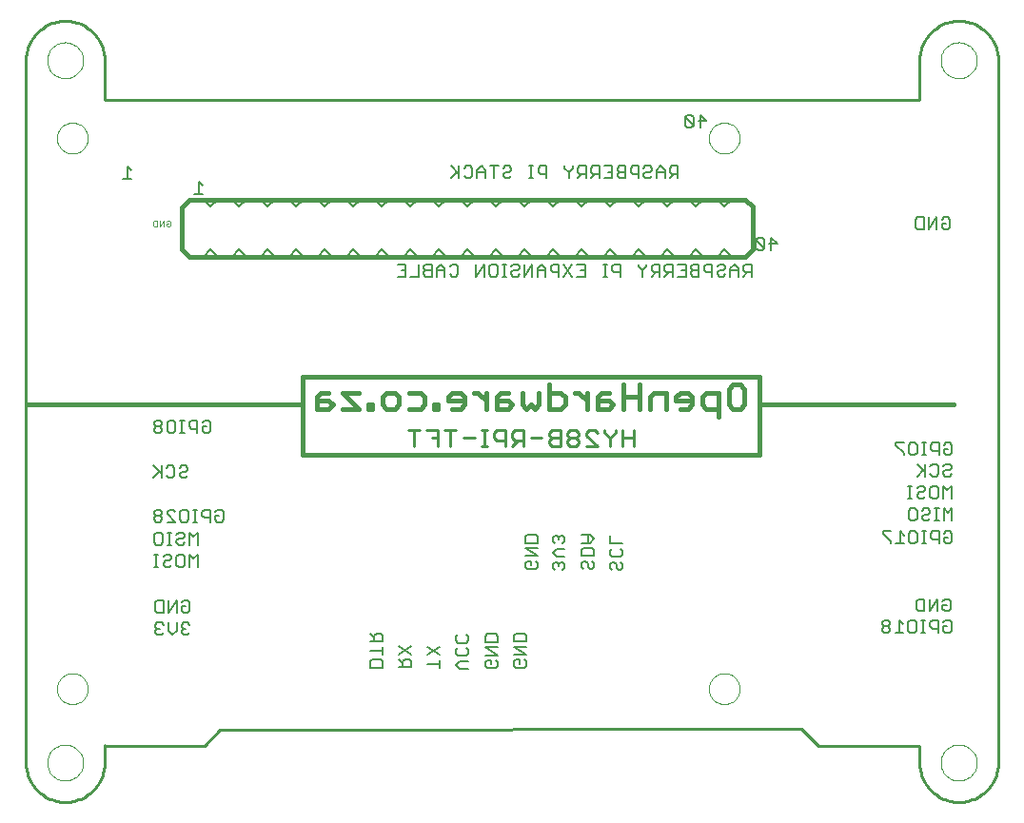
<source format=gbo>
G75*
G70*
%OFA0B0*%
%FSLAX24Y24*%
%IPPOS*%
%LPD*%
%AMOC8*
5,1,8,0,0,1.08239X$1,22.5*
%
%ADD10C,0.0000*%
%ADD11C,0.0100*%
%ADD12C,0.0080*%
%ADD13C,0.0160*%
%ADD14C,0.0110*%
%ADD15C,0.0040*%
%ADD16C,0.0060*%
%ADD17C,0.0050*%
D10*
X002501Y002916D02*
X002503Y002966D01*
X002509Y003016D01*
X002519Y003065D01*
X002533Y003113D01*
X002550Y003160D01*
X002571Y003205D01*
X002596Y003249D01*
X002624Y003290D01*
X002656Y003329D01*
X002690Y003366D01*
X002727Y003400D01*
X002767Y003430D01*
X002809Y003457D01*
X002853Y003481D01*
X002899Y003502D01*
X002946Y003518D01*
X002994Y003531D01*
X003044Y003540D01*
X003093Y003545D01*
X003144Y003546D01*
X003194Y003543D01*
X003243Y003536D01*
X003292Y003525D01*
X003340Y003510D01*
X003386Y003492D01*
X003431Y003470D01*
X003474Y003444D01*
X003515Y003415D01*
X003554Y003383D01*
X003590Y003348D01*
X003622Y003310D01*
X003652Y003270D01*
X003679Y003227D01*
X003702Y003183D01*
X003721Y003137D01*
X003737Y003089D01*
X003749Y003040D01*
X003757Y002991D01*
X003761Y002941D01*
X003761Y002891D01*
X003757Y002841D01*
X003749Y002792D01*
X003737Y002743D01*
X003721Y002695D01*
X003702Y002649D01*
X003679Y002605D01*
X003652Y002562D01*
X003622Y002522D01*
X003590Y002484D01*
X003554Y002449D01*
X003515Y002417D01*
X003474Y002388D01*
X003431Y002362D01*
X003386Y002340D01*
X003340Y002322D01*
X003292Y002307D01*
X003243Y002296D01*
X003194Y002289D01*
X003144Y002286D01*
X003093Y002287D01*
X003044Y002292D01*
X002994Y002301D01*
X002946Y002314D01*
X002899Y002330D01*
X002853Y002351D01*
X002809Y002375D01*
X002767Y002402D01*
X002727Y002432D01*
X002690Y002466D01*
X002656Y002503D01*
X002624Y002542D01*
X002596Y002583D01*
X002571Y002627D01*
X002550Y002672D01*
X002533Y002719D01*
X002519Y002767D01*
X002509Y002816D01*
X002503Y002866D01*
X002501Y002916D01*
X002842Y005502D02*
X002844Y005548D01*
X002850Y005593D01*
X002859Y005638D01*
X002873Y005682D01*
X002890Y005725D01*
X002911Y005766D01*
X002935Y005805D01*
X002962Y005842D01*
X002992Y005876D01*
X003026Y005908D01*
X003061Y005937D01*
X003099Y005963D01*
X003139Y005985D01*
X003181Y006004D01*
X003225Y006019D01*
X003269Y006031D01*
X003314Y006039D01*
X003360Y006043D01*
X003406Y006043D01*
X003452Y006039D01*
X003497Y006031D01*
X003541Y006019D01*
X003585Y006004D01*
X003627Y005985D01*
X003667Y005963D01*
X003705Y005937D01*
X003740Y005908D01*
X003774Y005876D01*
X003804Y005842D01*
X003831Y005805D01*
X003855Y005766D01*
X003876Y005725D01*
X003893Y005682D01*
X003907Y005638D01*
X003916Y005593D01*
X003922Y005548D01*
X003924Y005502D01*
X003922Y005456D01*
X003916Y005411D01*
X003907Y005366D01*
X003893Y005322D01*
X003876Y005279D01*
X003855Y005238D01*
X003831Y005199D01*
X003804Y005162D01*
X003774Y005128D01*
X003740Y005096D01*
X003705Y005067D01*
X003667Y005041D01*
X003627Y005019D01*
X003585Y005000D01*
X003541Y004985D01*
X003497Y004973D01*
X003452Y004965D01*
X003406Y004961D01*
X003360Y004961D01*
X003314Y004965D01*
X003269Y004973D01*
X003225Y004985D01*
X003181Y005000D01*
X003139Y005019D01*
X003099Y005041D01*
X003061Y005067D01*
X003026Y005096D01*
X002992Y005128D01*
X002962Y005162D01*
X002935Y005199D01*
X002911Y005238D01*
X002890Y005279D01*
X002873Y005322D01*
X002859Y005366D01*
X002850Y005411D01*
X002844Y005456D01*
X002842Y005502D01*
X025676Y005502D02*
X025678Y005548D01*
X025684Y005593D01*
X025693Y005638D01*
X025707Y005682D01*
X025724Y005725D01*
X025745Y005766D01*
X025769Y005805D01*
X025796Y005842D01*
X025826Y005876D01*
X025860Y005908D01*
X025895Y005937D01*
X025933Y005963D01*
X025973Y005985D01*
X026015Y006004D01*
X026059Y006019D01*
X026103Y006031D01*
X026148Y006039D01*
X026194Y006043D01*
X026240Y006043D01*
X026286Y006039D01*
X026331Y006031D01*
X026375Y006019D01*
X026419Y006004D01*
X026461Y005985D01*
X026501Y005963D01*
X026539Y005937D01*
X026574Y005908D01*
X026608Y005876D01*
X026638Y005842D01*
X026665Y005805D01*
X026689Y005766D01*
X026710Y005725D01*
X026727Y005682D01*
X026741Y005638D01*
X026750Y005593D01*
X026756Y005548D01*
X026758Y005502D01*
X026756Y005456D01*
X026750Y005411D01*
X026741Y005366D01*
X026727Y005322D01*
X026710Y005279D01*
X026689Y005238D01*
X026665Y005199D01*
X026638Y005162D01*
X026608Y005128D01*
X026574Y005096D01*
X026539Y005067D01*
X026501Y005041D01*
X026461Y005019D01*
X026419Y005000D01*
X026375Y004985D01*
X026331Y004973D01*
X026286Y004965D01*
X026240Y004961D01*
X026194Y004961D01*
X026148Y004965D01*
X026103Y004973D01*
X026059Y004985D01*
X026015Y005000D01*
X025973Y005019D01*
X025933Y005041D01*
X025895Y005067D01*
X025860Y005096D01*
X025826Y005128D01*
X025796Y005162D01*
X025769Y005199D01*
X025745Y005238D01*
X025724Y005279D01*
X025707Y005322D01*
X025693Y005366D01*
X025684Y005411D01*
X025678Y005456D01*
X025676Y005502D01*
X033800Y002916D02*
X033802Y002966D01*
X033808Y003016D01*
X033818Y003065D01*
X033832Y003113D01*
X033849Y003160D01*
X033870Y003205D01*
X033895Y003249D01*
X033923Y003290D01*
X033955Y003329D01*
X033989Y003366D01*
X034026Y003400D01*
X034066Y003430D01*
X034108Y003457D01*
X034152Y003481D01*
X034198Y003502D01*
X034245Y003518D01*
X034293Y003531D01*
X034343Y003540D01*
X034392Y003545D01*
X034443Y003546D01*
X034493Y003543D01*
X034542Y003536D01*
X034591Y003525D01*
X034639Y003510D01*
X034685Y003492D01*
X034730Y003470D01*
X034773Y003444D01*
X034814Y003415D01*
X034853Y003383D01*
X034889Y003348D01*
X034921Y003310D01*
X034951Y003270D01*
X034978Y003227D01*
X035001Y003183D01*
X035020Y003137D01*
X035036Y003089D01*
X035048Y003040D01*
X035056Y002991D01*
X035060Y002941D01*
X035060Y002891D01*
X035056Y002841D01*
X035048Y002792D01*
X035036Y002743D01*
X035020Y002695D01*
X035001Y002649D01*
X034978Y002605D01*
X034951Y002562D01*
X034921Y002522D01*
X034889Y002484D01*
X034853Y002449D01*
X034814Y002417D01*
X034773Y002388D01*
X034730Y002362D01*
X034685Y002340D01*
X034639Y002322D01*
X034591Y002307D01*
X034542Y002296D01*
X034493Y002289D01*
X034443Y002286D01*
X034392Y002287D01*
X034343Y002292D01*
X034293Y002301D01*
X034245Y002314D01*
X034198Y002330D01*
X034152Y002351D01*
X034108Y002375D01*
X034066Y002402D01*
X034026Y002432D01*
X033989Y002466D01*
X033955Y002503D01*
X033923Y002542D01*
X033895Y002583D01*
X033870Y002627D01*
X033849Y002672D01*
X033832Y002719D01*
X033818Y002767D01*
X033808Y002816D01*
X033802Y002866D01*
X033800Y002916D01*
X025676Y024793D02*
X025678Y024839D01*
X025684Y024884D01*
X025693Y024929D01*
X025707Y024973D01*
X025724Y025016D01*
X025745Y025057D01*
X025769Y025096D01*
X025796Y025133D01*
X025826Y025167D01*
X025860Y025199D01*
X025895Y025228D01*
X025933Y025254D01*
X025973Y025276D01*
X026015Y025295D01*
X026059Y025310D01*
X026103Y025322D01*
X026148Y025330D01*
X026194Y025334D01*
X026240Y025334D01*
X026286Y025330D01*
X026331Y025322D01*
X026375Y025310D01*
X026419Y025295D01*
X026461Y025276D01*
X026501Y025254D01*
X026539Y025228D01*
X026574Y025199D01*
X026608Y025167D01*
X026638Y025133D01*
X026665Y025096D01*
X026689Y025057D01*
X026710Y025016D01*
X026727Y024973D01*
X026741Y024929D01*
X026750Y024884D01*
X026756Y024839D01*
X026758Y024793D01*
X026756Y024747D01*
X026750Y024702D01*
X026741Y024657D01*
X026727Y024613D01*
X026710Y024570D01*
X026689Y024529D01*
X026665Y024490D01*
X026638Y024453D01*
X026608Y024419D01*
X026574Y024387D01*
X026539Y024358D01*
X026501Y024332D01*
X026461Y024310D01*
X026419Y024291D01*
X026375Y024276D01*
X026331Y024264D01*
X026286Y024256D01*
X026240Y024252D01*
X026194Y024252D01*
X026148Y024256D01*
X026103Y024264D01*
X026059Y024276D01*
X026015Y024291D01*
X025973Y024310D01*
X025933Y024332D01*
X025895Y024358D01*
X025860Y024387D01*
X025826Y024419D01*
X025796Y024453D01*
X025769Y024490D01*
X025745Y024529D01*
X025724Y024570D01*
X025707Y024613D01*
X025693Y024657D01*
X025684Y024702D01*
X025678Y024747D01*
X025676Y024793D01*
X033800Y027522D02*
X033802Y027572D01*
X033808Y027622D01*
X033818Y027671D01*
X033832Y027719D01*
X033849Y027766D01*
X033870Y027811D01*
X033895Y027855D01*
X033923Y027896D01*
X033955Y027935D01*
X033989Y027972D01*
X034026Y028006D01*
X034066Y028036D01*
X034108Y028063D01*
X034152Y028087D01*
X034198Y028108D01*
X034245Y028124D01*
X034293Y028137D01*
X034343Y028146D01*
X034392Y028151D01*
X034443Y028152D01*
X034493Y028149D01*
X034542Y028142D01*
X034591Y028131D01*
X034639Y028116D01*
X034685Y028098D01*
X034730Y028076D01*
X034773Y028050D01*
X034814Y028021D01*
X034853Y027989D01*
X034889Y027954D01*
X034921Y027916D01*
X034951Y027876D01*
X034978Y027833D01*
X035001Y027789D01*
X035020Y027743D01*
X035036Y027695D01*
X035048Y027646D01*
X035056Y027597D01*
X035060Y027547D01*
X035060Y027497D01*
X035056Y027447D01*
X035048Y027398D01*
X035036Y027349D01*
X035020Y027301D01*
X035001Y027255D01*
X034978Y027211D01*
X034951Y027168D01*
X034921Y027128D01*
X034889Y027090D01*
X034853Y027055D01*
X034814Y027023D01*
X034773Y026994D01*
X034730Y026968D01*
X034685Y026946D01*
X034639Y026928D01*
X034591Y026913D01*
X034542Y026902D01*
X034493Y026895D01*
X034443Y026892D01*
X034392Y026893D01*
X034343Y026898D01*
X034293Y026907D01*
X034245Y026920D01*
X034198Y026936D01*
X034152Y026957D01*
X034108Y026981D01*
X034066Y027008D01*
X034026Y027038D01*
X033989Y027072D01*
X033955Y027109D01*
X033923Y027148D01*
X033895Y027189D01*
X033870Y027233D01*
X033849Y027278D01*
X033832Y027325D01*
X033818Y027373D01*
X033808Y027422D01*
X033802Y027472D01*
X033800Y027522D01*
X002842Y024793D02*
X002844Y024839D01*
X002850Y024884D01*
X002859Y024929D01*
X002873Y024973D01*
X002890Y025016D01*
X002911Y025057D01*
X002935Y025096D01*
X002962Y025133D01*
X002992Y025167D01*
X003026Y025199D01*
X003061Y025228D01*
X003099Y025254D01*
X003139Y025276D01*
X003181Y025295D01*
X003225Y025310D01*
X003269Y025322D01*
X003314Y025330D01*
X003360Y025334D01*
X003406Y025334D01*
X003452Y025330D01*
X003497Y025322D01*
X003541Y025310D01*
X003585Y025295D01*
X003627Y025276D01*
X003667Y025254D01*
X003705Y025228D01*
X003740Y025199D01*
X003774Y025167D01*
X003804Y025133D01*
X003831Y025096D01*
X003855Y025057D01*
X003876Y025016D01*
X003893Y024973D01*
X003907Y024929D01*
X003916Y024884D01*
X003922Y024839D01*
X003924Y024793D01*
X003922Y024747D01*
X003916Y024702D01*
X003907Y024657D01*
X003893Y024613D01*
X003876Y024570D01*
X003855Y024529D01*
X003831Y024490D01*
X003804Y024453D01*
X003774Y024419D01*
X003740Y024387D01*
X003705Y024358D01*
X003667Y024332D01*
X003627Y024310D01*
X003585Y024291D01*
X003541Y024276D01*
X003497Y024264D01*
X003452Y024256D01*
X003406Y024252D01*
X003360Y024252D01*
X003314Y024256D01*
X003269Y024264D01*
X003225Y024276D01*
X003181Y024291D01*
X003139Y024310D01*
X003099Y024332D01*
X003061Y024358D01*
X003026Y024387D01*
X002992Y024419D01*
X002962Y024453D01*
X002935Y024490D01*
X002911Y024529D01*
X002890Y024570D01*
X002873Y024613D01*
X002859Y024657D01*
X002850Y024702D01*
X002844Y024747D01*
X002842Y024793D01*
X002501Y027522D02*
X002503Y027572D01*
X002509Y027622D01*
X002519Y027671D01*
X002533Y027719D01*
X002550Y027766D01*
X002571Y027811D01*
X002596Y027855D01*
X002624Y027896D01*
X002656Y027935D01*
X002690Y027972D01*
X002727Y028006D01*
X002767Y028036D01*
X002809Y028063D01*
X002853Y028087D01*
X002899Y028108D01*
X002946Y028124D01*
X002994Y028137D01*
X003044Y028146D01*
X003093Y028151D01*
X003144Y028152D01*
X003194Y028149D01*
X003243Y028142D01*
X003292Y028131D01*
X003340Y028116D01*
X003386Y028098D01*
X003431Y028076D01*
X003474Y028050D01*
X003515Y028021D01*
X003554Y027989D01*
X003590Y027954D01*
X003622Y027916D01*
X003652Y027876D01*
X003679Y027833D01*
X003702Y027789D01*
X003721Y027743D01*
X003737Y027695D01*
X003749Y027646D01*
X003757Y027597D01*
X003761Y027547D01*
X003761Y027497D01*
X003757Y027447D01*
X003749Y027398D01*
X003737Y027349D01*
X003721Y027301D01*
X003702Y027255D01*
X003679Y027211D01*
X003652Y027168D01*
X003622Y027128D01*
X003590Y027090D01*
X003554Y027055D01*
X003515Y027023D01*
X003474Y026994D01*
X003431Y026968D01*
X003386Y026946D01*
X003340Y026928D01*
X003292Y026913D01*
X003243Y026902D01*
X003194Y026895D01*
X003144Y026892D01*
X003093Y026893D01*
X003044Y026898D01*
X002994Y026907D01*
X002946Y026920D01*
X002899Y026936D01*
X002853Y026957D01*
X002809Y026981D01*
X002767Y027008D01*
X002727Y027038D01*
X002690Y027072D01*
X002656Y027109D01*
X002624Y027148D01*
X002596Y027189D01*
X002571Y027233D01*
X002550Y027278D01*
X002533Y027325D01*
X002519Y027373D01*
X002509Y027422D01*
X002503Y027472D01*
X002501Y027522D01*
D11*
X001753Y027522D02*
X001753Y002916D01*
X001755Y002843D01*
X001761Y002770D01*
X001771Y002697D01*
X001784Y002625D01*
X001802Y002553D01*
X001823Y002483D01*
X001848Y002414D01*
X001876Y002347D01*
X001908Y002281D01*
X001944Y002216D01*
X001983Y002154D01*
X002025Y002094D01*
X002070Y002036D01*
X002118Y001981D01*
X002170Y001929D01*
X002224Y001879D01*
X002280Y001832D01*
X002339Y001788D01*
X002400Y001748D01*
X002463Y001711D01*
X002528Y001677D01*
X002595Y001646D01*
X002664Y001620D01*
X002733Y001597D01*
X002804Y001577D01*
X002876Y001562D01*
X002948Y001550D01*
X003021Y001542D01*
X003094Y001538D01*
X003168Y001538D01*
X003241Y001542D01*
X003314Y001550D01*
X003386Y001562D01*
X003458Y001577D01*
X003529Y001597D01*
X003598Y001620D01*
X003667Y001646D01*
X003734Y001677D01*
X003799Y001711D01*
X003862Y001748D01*
X003923Y001788D01*
X003982Y001832D01*
X004038Y001879D01*
X004092Y001929D01*
X004144Y001981D01*
X004192Y002036D01*
X004237Y002094D01*
X004279Y002154D01*
X004318Y002216D01*
X004354Y002281D01*
X004386Y002347D01*
X004414Y002414D01*
X004439Y002483D01*
X004460Y002553D01*
X004478Y002625D01*
X004491Y002697D01*
X004501Y002770D01*
X004507Y002843D01*
X004509Y002916D01*
X004509Y003500D01*
X004531Y003523D01*
X004507Y003514D02*
X008050Y003514D01*
X008020Y003514D02*
X004567Y003514D01*
X004509Y003500D01*
X008020Y003514D02*
X008565Y004060D01*
X028909Y004097D01*
X029499Y003507D01*
X033052Y003507D01*
X033036Y003495D01*
X033052Y003506D01*
X029509Y003506D01*
X033052Y003506D02*
X033052Y002916D01*
X033054Y002843D01*
X033060Y002770D01*
X033070Y002697D01*
X033083Y002625D01*
X033101Y002553D01*
X033122Y002483D01*
X033147Y002414D01*
X033175Y002347D01*
X033207Y002281D01*
X033243Y002216D01*
X033282Y002154D01*
X033324Y002094D01*
X033369Y002036D01*
X033417Y001981D01*
X033469Y001929D01*
X033523Y001879D01*
X033579Y001832D01*
X033638Y001788D01*
X033699Y001748D01*
X033762Y001711D01*
X033827Y001677D01*
X033894Y001646D01*
X033963Y001620D01*
X034032Y001597D01*
X034103Y001577D01*
X034175Y001562D01*
X034247Y001550D01*
X034320Y001542D01*
X034393Y001538D01*
X034467Y001538D01*
X034540Y001542D01*
X034613Y001550D01*
X034685Y001562D01*
X034757Y001577D01*
X034828Y001597D01*
X034897Y001620D01*
X034966Y001646D01*
X035033Y001677D01*
X035098Y001711D01*
X035161Y001748D01*
X035222Y001788D01*
X035281Y001832D01*
X035337Y001879D01*
X035391Y001929D01*
X035443Y001981D01*
X035491Y002036D01*
X035536Y002094D01*
X035578Y002154D01*
X035617Y002216D01*
X035653Y002281D01*
X035685Y002347D01*
X035713Y002414D01*
X035738Y002483D01*
X035759Y002553D01*
X035777Y002625D01*
X035790Y002697D01*
X035800Y002770D01*
X035806Y002843D01*
X035808Y002916D01*
X035808Y027522D01*
X035806Y027595D01*
X035800Y027668D01*
X035790Y027741D01*
X035777Y027813D01*
X035759Y027885D01*
X035738Y027955D01*
X035713Y028024D01*
X035685Y028091D01*
X035653Y028157D01*
X035617Y028222D01*
X035578Y028284D01*
X035536Y028344D01*
X035491Y028402D01*
X035443Y028457D01*
X035391Y028509D01*
X035337Y028559D01*
X035281Y028606D01*
X035222Y028650D01*
X035161Y028690D01*
X035098Y028727D01*
X035033Y028761D01*
X034966Y028792D01*
X034897Y028818D01*
X034828Y028841D01*
X034757Y028861D01*
X034685Y028876D01*
X034613Y028888D01*
X034540Y028896D01*
X034467Y028900D01*
X034393Y028900D01*
X034320Y028896D01*
X034247Y028888D01*
X034175Y028876D01*
X034103Y028861D01*
X034032Y028841D01*
X033963Y028818D01*
X033894Y028792D01*
X033827Y028761D01*
X033762Y028727D01*
X033699Y028690D01*
X033638Y028650D01*
X033579Y028606D01*
X033523Y028559D01*
X033469Y028509D01*
X033417Y028457D01*
X033369Y028402D01*
X033324Y028344D01*
X033282Y028284D01*
X033243Y028222D01*
X033207Y028157D01*
X033175Y028091D01*
X033147Y028024D01*
X033122Y027955D01*
X033101Y027885D01*
X033083Y027813D01*
X033070Y027741D01*
X033060Y027668D01*
X033054Y027595D01*
X033052Y027522D01*
X033052Y026144D01*
X004509Y026144D01*
X004509Y027522D01*
X004507Y027595D01*
X004501Y027668D01*
X004491Y027741D01*
X004478Y027813D01*
X004460Y027885D01*
X004439Y027955D01*
X004414Y028024D01*
X004386Y028091D01*
X004354Y028157D01*
X004318Y028222D01*
X004279Y028284D01*
X004237Y028344D01*
X004192Y028402D01*
X004144Y028457D01*
X004092Y028509D01*
X004038Y028559D01*
X003982Y028606D01*
X003923Y028650D01*
X003862Y028690D01*
X003799Y028727D01*
X003734Y028761D01*
X003667Y028792D01*
X003598Y028818D01*
X003529Y028841D01*
X003458Y028861D01*
X003386Y028876D01*
X003314Y028888D01*
X003241Y028896D01*
X003168Y028900D01*
X003094Y028900D01*
X003021Y028896D01*
X002948Y028888D01*
X002876Y028876D01*
X002804Y028861D01*
X002733Y028841D01*
X002664Y028818D01*
X002595Y028792D01*
X002528Y028761D01*
X002463Y028727D01*
X002400Y028690D01*
X002339Y028650D01*
X002280Y028606D01*
X002224Y028559D01*
X002170Y028509D01*
X002118Y028457D01*
X002070Y028402D01*
X002025Y028344D01*
X001983Y028284D01*
X001944Y028222D01*
X001908Y028157D01*
X001876Y028091D01*
X001848Y028024D01*
X001823Y027955D01*
X001802Y027885D01*
X001784Y027813D01*
X001771Y027741D01*
X001761Y027668D01*
X001755Y027595D01*
X001753Y027522D01*
D12*
X005305Y023795D02*
X005305Y023375D01*
X005445Y023375D02*
X005165Y023375D01*
X005445Y023655D02*
X005305Y023795D01*
X007665Y022850D02*
X007945Y022850D01*
X007805Y022850D02*
X007805Y023270D01*
X007945Y023130D01*
X014766Y020370D02*
X015046Y020370D01*
X015046Y019950D01*
X014766Y019950D01*
X014906Y020160D02*
X015046Y020160D01*
X015226Y019950D02*
X015507Y019950D01*
X015507Y020370D01*
X015687Y020300D02*
X015687Y020230D01*
X015757Y020160D01*
X015967Y020160D01*
X016147Y020160D02*
X016428Y020160D01*
X016428Y020230D02*
X016287Y020370D01*
X016147Y020230D01*
X016147Y019950D01*
X015967Y019950D02*
X015757Y019950D01*
X015687Y020020D01*
X015687Y020090D01*
X015757Y020160D01*
X015687Y020300D02*
X015757Y020370D01*
X015967Y020370D01*
X015967Y019950D01*
X016428Y019950D02*
X016428Y020230D01*
X016608Y020300D02*
X016678Y020370D01*
X016818Y020370D01*
X016888Y020300D01*
X016888Y020020D01*
X016818Y019950D01*
X016678Y019950D01*
X016608Y020020D01*
X017528Y019950D02*
X017528Y020370D01*
X017809Y020370D02*
X017528Y019950D01*
X017809Y019950D02*
X017809Y020370D01*
X017989Y020300D02*
X018059Y020370D01*
X018199Y020370D01*
X018269Y020300D01*
X018269Y020020D01*
X018199Y019950D01*
X018059Y019950D01*
X017989Y020020D01*
X017989Y020300D01*
X018436Y020370D02*
X018576Y020370D01*
X018506Y020370D02*
X018506Y019950D01*
X018576Y019950D02*
X018436Y019950D01*
X018756Y020020D02*
X018826Y019950D01*
X018966Y019950D01*
X019036Y020020D01*
X018966Y020160D02*
X018826Y020160D01*
X018756Y020090D01*
X018756Y020020D01*
X018966Y020160D02*
X019036Y020230D01*
X019036Y020300D01*
X018966Y020370D01*
X018826Y020370D01*
X018756Y020300D01*
X019217Y020370D02*
X019217Y019950D01*
X019497Y020370D01*
X019497Y019950D01*
X019677Y019950D02*
X019677Y020230D01*
X019817Y020370D01*
X019957Y020230D01*
X019957Y019950D01*
X019957Y020160D02*
X019677Y020160D01*
X020137Y020160D02*
X020137Y020300D01*
X020207Y020370D01*
X020418Y020370D01*
X020418Y019950D01*
X020418Y020090D02*
X020207Y020090D01*
X020137Y020160D01*
X020598Y019950D02*
X020878Y020370D01*
X021058Y020370D02*
X021338Y020370D01*
X021338Y019950D01*
X021058Y019950D01*
X020878Y019950D02*
X020598Y020370D01*
X021198Y020160D02*
X021338Y020160D01*
X021966Y019950D02*
X022106Y019950D01*
X022036Y019950D02*
X022036Y020370D01*
X022106Y020370D02*
X021966Y020370D01*
X022286Y020300D02*
X022286Y020160D01*
X022356Y020090D01*
X022566Y020090D01*
X022566Y019950D02*
X022566Y020370D01*
X022356Y020370D01*
X022286Y020300D01*
X023207Y020300D02*
X023207Y020370D01*
X023207Y020300D02*
X023347Y020160D01*
X023347Y019950D01*
X023347Y020160D02*
X023487Y020300D01*
X023487Y020370D01*
X023667Y020300D02*
X023667Y020160D01*
X023737Y020090D01*
X023947Y020090D01*
X023807Y020090D02*
X023667Y019950D01*
X023947Y019950D02*
X023947Y020370D01*
X023737Y020370D01*
X023667Y020300D01*
X024127Y020300D02*
X024127Y020160D01*
X024197Y020090D01*
X024408Y020090D01*
X024408Y019950D02*
X024408Y020370D01*
X024197Y020370D01*
X024127Y020300D01*
X024268Y020090D02*
X024127Y019950D01*
X024588Y019950D02*
X024868Y019950D01*
X024868Y020370D01*
X024588Y020370D01*
X024728Y020160D02*
X024868Y020160D01*
X025048Y020090D02*
X025048Y020020D01*
X025118Y019950D01*
X025328Y019950D01*
X025328Y020370D01*
X025118Y020370D01*
X025048Y020300D01*
X025048Y020230D01*
X025118Y020160D01*
X025328Y020160D01*
X025509Y020160D02*
X025579Y020090D01*
X025789Y020090D01*
X025789Y019950D02*
X025789Y020370D01*
X025579Y020370D01*
X025509Y020300D01*
X025509Y020160D01*
X025118Y020160D02*
X025048Y020090D01*
X025969Y020090D02*
X025969Y020020D01*
X026039Y019950D01*
X026179Y019950D01*
X026249Y020020D01*
X026179Y020160D02*
X026039Y020160D01*
X025969Y020090D01*
X025969Y020300D02*
X026039Y020370D01*
X026179Y020370D01*
X026249Y020300D01*
X026249Y020230D01*
X026179Y020160D01*
X026429Y020160D02*
X026710Y020160D01*
X026710Y020230D02*
X026569Y020370D01*
X026429Y020230D01*
X026429Y019950D01*
X026710Y019950D02*
X026710Y020230D01*
X026890Y020160D02*
X026960Y020090D01*
X027170Y020090D01*
X027170Y019950D02*
X027170Y020370D01*
X026960Y020370D01*
X026890Y020300D01*
X026890Y020160D01*
X027030Y020090D02*
X026890Y019950D01*
X027399Y020875D02*
X027540Y020875D01*
X027610Y020945D01*
X027329Y021225D01*
X027329Y020945D01*
X027399Y020875D01*
X027610Y020945D02*
X027610Y021225D01*
X027540Y021295D01*
X027399Y021295D01*
X027329Y021225D01*
X027790Y021085D02*
X028070Y021085D01*
X027860Y021295D01*
X027860Y020875D01*
X024595Y023400D02*
X024595Y023820D01*
X024385Y023820D01*
X024315Y023750D01*
X024315Y023610D01*
X024385Y023540D01*
X024595Y023540D01*
X024455Y023540D02*
X024315Y023400D01*
X024135Y023400D02*
X024135Y023680D01*
X023994Y023820D01*
X023854Y023680D01*
X023854Y023400D01*
X023674Y023470D02*
X023604Y023400D01*
X023464Y023400D01*
X023394Y023470D01*
X023394Y023540D01*
X023464Y023610D01*
X023604Y023610D01*
X023674Y023680D01*
X023674Y023750D01*
X023604Y023820D01*
X023464Y023820D01*
X023394Y023750D01*
X023214Y023820D02*
X023214Y023400D01*
X023214Y023540D02*
X023004Y023540D01*
X022934Y023610D01*
X022934Y023750D01*
X023004Y023820D01*
X023214Y023820D01*
X022753Y023820D02*
X022753Y023400D01*
X022543Y023400D01*
X022473Y023470D01*
X022473Y023540D01*
X022543Y023610D01*
X022753Y023610D01*
X022543Y023610D02*
X022473Y023680D01*
X022473Y023750D01*
X022543Y023820D01*
X022753Y023820D01*
X022293Y023820D02*
X022293Y023400D01*
X022013Y023400D01*
X021833Y023400D02*
X021833Y023820D01*
X021622Y023820D01*
X021552Y023750D01*
X021552Y023610D01*
X021622Y023540D01*
X021833Y023540D01*
X021693Y023540D02*
X021552Y023400D01*
X021372Y023400D02*
X021372Y023820D01*
X021162Y023820D01*
X021092Y023750D01*
X021092Y023610D01*
X021162Y023540D01*
X021372Y023540D01*
X021232Y023540D02*
X021092Y023400D01*
X020772Y023400D02*
X020772Y023610D01*
X020632Y023750D01*
X020632Y023820D01*
X020772Y023610D02*
X020912Y023750D01*
X020912Y023820D01*
X019991Y023820D02*
X019991Y023400D01*
X019991Y023540D02*
X019781Y023540D01*
X019711Y023610D01*
X019711Y023750D01*
X019781Y023820D01*
X019991Y023820D01*
X019531Y023820D02*
X019391Y023820D01*
X019461Y023820D02*
X019461Y023400D01*
X019531Y023400D02*
X019391Y023400D01*
X018763Y023470D02*
X018693Y023400D01*
X018553Y023400D01*
X018483Y023470D01*
X018483Y023540D01*
X018553Y023610D01*
X018693Y023610D01*
X018763Y023680D01*
X018763Y023750D01*
X018693Y023820D01*
X018553Y023820D01*
X018483Y023750D01*
X018303Y023820D02*
X018023Y023820D01*
X018163Y023820D02*
X018163Y023400D01*
X017843Y023400D02*
X017843Y023680D01*
X017702Y023820D01*
X017562Y023680D01*
X017562Y023400D01*
X017382Y023470D02*
X017312Y023400D01*
X017172Y023400D01*
X017102Y023470D01*
X016922Y023400D02*
X016922Y023820D01*
X017102Y023750D02*
X017172Y023820D01*
X017312Y023820D01*
X017382Y023750D01*
X017382Y023470D01*
X017562Y023610D02*
X017843Y023610D01*
X016922Y023540D02*
X016642Y023820D01*
X016852Y023610D02*
X016642Y023400D01*
X022013Y023820D02*
X022293Y023820D01*
X022293Y023610D02*
X022153Y023610D01*
X023854Y023610D02*
X024135Y023610D01*
X024924Y025175D02*
X025065Y025175D01*
X025135Y025245D01*
X024854Y025525D01*
X024854Y025245D01*
X024924Y025175D01*
X025135Y025245D02*
X025135Y025525D01*
X025065Y025595D01*
X024924Y025595D01*
X024854Y025525D01*
X025315Y025385D02*
X025595Y025385D01*
X025385Y025595D01*
X025385Y025175D01*
X032919Y021950D02*
X032919Y021670D01*
X032989Y021600D01*
X033199Y021600D01*
X033199Y022020D01*
X032989Y022020D01*
X032919Y021950D01*
X033379Y022020D02*
X033379Y021600D01*
X033660Y022020D01*
X033660Y021600D01*
X033840Y021670D02*
X033840Y021810D01*
X033980Y021810D01*
X034120Y021950D02*
X034120Y021670D01*
X034050Y021600D01*
X033910Y021600D01*
X033840Y021670D01*
X033840Y021950D02*
X033910Y022020D01*
X034050Y022020D01*
X034120Y021950D01*
X034125Y014120D02*
X034195Y014050D01*
X034195Y013770D01*
X034125Y013700D01*
X033985Y013700D01*
X033915Y013770D01*
X033915Y013910D01*
X034055Y013910D01*
X033915Y014050D02*
X033985Y014120D01*
X034125Y014120D01*
X033735Y014120D02*
X033735Y013700D01*
X033735Y013840D02*
X033524Y013840D01*
X033454Y013910D01*
X033454Y014050D01*
X033524Y014120D01*
X033735Y014120D01*
X033274Y014120D02*
X033134Y014120D01*
X033204Y014120D02*
X033204Y013700D01*
X033274Y013700D02*
X033134Y013700D01*
X032967Y013770D02*
X032967Y014050D01*
X032897Y014120D01*
X032757Y014120D01*
X032687Y014050D01*
X032687Y013770D01*
X032757Y013700D01*
X032897Y013700D01*
X032967Y013770D01*
X032969Y013370D02*
X033249Y013090D01*
X033179Y013160D02*
X032969Y012950D01*
X033249Y012950D02*
X033249Y013370D01*
X033429Y013300D02*
X033499Y013370D01*
X033640Y013370D01*
X033710Y013300D01*
X033710Y013020D01*
X033640Y012950D01*
X033499Y012950D01*
X033429Y013020D01*
X033499Y012595D02*
X033429Y012525D01*
X033429Y012245D01*
X033499Y012175D01*
X033640Y012175D01*
X033710Y012245D01*
X033710Y012525D01*
X033640Y012595D01*
X033499Y012595D01*
X033249Y012525D02*
X033249Y012455D01*
X033179Y012385D01*
X033039Y012385D01*
X032969Y012315D01*
X032969Y012245D01*
X033039Y012175D01*
X033179Y012175D01*
X033249Y012245D01*
X033249Y012525D02*
X033179Y012595D01*
X033039Y012595D01*
X032969Y012525D01*
X032789Y012595D02*
X032649Y012595D01*
X032719Y012595D02*
X032719Y012175D01*
X032789Y012175D02*
X032649Y012175D01*
X032757Y011820D02*
X032687Y011750D01*
X032687Y011470D01*
X032757Y011400D01*
X032897Y011400D01*
X032967Y011470D01*
X032967Y011750D01*
X032897Y011820D01*
X032757Y011820D01*
X033147Y011750D02*
X033218Y011820D01*
X033358Y011820D01*
X033428Y011750D01*
X033428Y011680D01*
X033358Y011610D01*
X033218Y011610D01*
X033147Y011540D01*
X033147Y011470D01*
X033218Y011400D01*
X033358Y011400D01*
X033428Y011470D01*
X033594Y011400D02*
X033735Y011400D01*
X033665Y011400D02*
X033665Y011820D01*
X033735Y011820D02*
X033594Y011820D01*
X033915Y011820D02*
X034055Y011680D01*
X034195Y011820D01*
X034195Y011400D01*
X033915Y011400D02*
X033915Y011820D01*
X033890Y012175D02*
X033890Y012595D01*
X034030Y012455D01*
X034170Y012595D01*
X034170Y012175D01*
X034100Y012950D02*
X034170Y013020D01*
X034100Y012950D02*
X033960Y012950D01*
X033890Y013020D01*
X033890Y013090D01*
X033960Y013160D01*
X034100Y013160D01*
X034170Y013230D01*
X034170Y013300D01*
X034100Y013370D01*
X033960Y013370D01*
X033890Y013300D01*
X032507Y013700D02*
X032507Y013770D01*
X032227Y014050D01*
X032227Y014120D01*
X032507Y014120D01*
X032367Y011020D02*
X032367Y010600D01*
X032507Y010600D02*
X032227Y010600D01*
X032047Y010600D02*
X032047Y010670D01*
X031766Y010950D01*
X031766Y011020D01*
X032047Y011020D01*
X032367Y011020D02*
X032507Y010880D01*
X032687Y010950D02*
X032687Y010670D01*
X032757Y010600D01*
X032897Y010600D01*
X032967Y010670D01*
X032967Y010950D01*
X032897Y011020D01*
X032757Y011020D01*
X032687Y010950D01*
X033134Y011020D02*
X033274Y011020D01*
X033204Y011020D02*
X033204Y010600D01*
X033274Y010600D02*
X033134Y010600D01*
X033454Y010810D02*
X033524Y010740D01*
X033735Y010740D01*
X033735Y010600D02*
X033735Y011020D01*
X033524Y011020D01*
X033454Y010950D01*
X033454Y010810D01*
X033915Y010810D02*
X034055Y010810D01*
X033915Y010810D02*
X033915Y010670D01*
X033985Y010600D01*
X034125Y010600D01*
X034195Y010670D01*
X034195Y010950D01*
X034125Y011020D01*
X033985Y011020D01*
X033915Y010950D01*
X033935Y008645D02*
X034075Y008645D01*
X034145Y008575D01*
X034145Y008295D01*
X034075Y008225D01*
X033935Y008225D01*
X033865Y008295D01*
X033865Y008435D01*
X034005Y008435D01*
X033865Y008575D02*
X033935Y008645D01*
X033685Y008645D02*
X033685Y008225D01*
X033404Y008225D02*
X033404Y008645D01*
X033224Y008645D02*
X033014Y008645D01*
X032944Y008575D01*
X032944Y008295D01*
X033014Y008225D01*
X033224Y008225D01*
X033224Y008645D01*
X033404Y008225D02*
X033685Y008645D01*
X033710Y007895D02*
X033499Y007895D01*
X033429Y007825D01*
X033429Y007685D01*
X033499Y007615D01*
X033710Y007615D01*
X033710Y007475D02*
X033710Y007895D01*
X033890Y007825D02*
X033960Y007895D01*
X034100Y007895D01*
X034170Y007825D01*
X034170Y007545D01*
X034100Y007475D01*
X033960Y007475D01*
X033890Y007545D01*
X033890Y007685D01*
X034030Y007685D01*
X033249Y007475D02*
X033109Y007475D01*
X033179Y007475D02*
X033179Y007895D01*
X033249Y007895D02*
X033109Y007895D01*
X032942Y007825D02*
X032942Y007545D01*
X032872Y007475D01*
X032732Y007475D01*
X032662Y007545D01*
X032662Y007825D01*
X032732Y007895D01*
X032872Y007895D01*
X032942Y007825D01*
X032482Y007755D02*
X032342Y007895D01*
X032342Y007475D01*
X032482Y007475D02*
X032202Y007475D01*
X032022Y007545D02*
X032022Y007615D01*
X031951Y007685D01*
X031811Y007685D01*
X031741Y007615D01*
X031741Y007545D01*
X031811Y007475D01*
X031951Y007475D01*
X032022Y007545D01*
X031951Y007685D02*
X032022Y007755D01*
X032022Y007825D01*
X031951Y007895D01*
X031811Y007895D01*
X031741Y007825D01*
X031741Y007755D01*
X031811Y007685D01*
X022645Y009739D02*
X022575Y009669D01*
X022505Y009669D01*
X022435Y009739D01*
X022435Y009879D01*
X022365Y009949D01*
X022295Y009949D01*
X022225Y009879D01*
X022225Y009739D01*
X022295Y009669D01*
X022645Y009739D02*
X022645Y009879D01*
X022575Y009949D01*
X022575Y010129D02*
X022295Y010129D01*
X022225Y010199D01*
X022225Y010339D01*
X022295Y010409D01*
X022225Y010590D02*
X022225Y010870D01*
X022225Y010590D02*
X022645Y010590D01*
X022575Y010409D02*
X022645Y010339D01*
X022645Y010199D01*
X022575Y010129D01*
X021645Y010154D02*
X021645Y010364D01*
X021575Y010434D01*
X021295Y010434D01*
X021225Y010364D01*
X021225Y010154D01*
X021645Y010154D01*
X021575Y009974D02*
X021645Y009904D01*
X021645Y009764D01*
X021575Y009694D01*
X021505Y009694D01*
X021435Y009764D01*
X021435Y009904D01*
X021365Y009974D01*
X021295Y009974D01*
X021225Y009904D01*
X021225Y009764D01*
X021295Y009694D01*
X020620Y009739D02*
X020550Y009669D01*
X020620Y009739D02*
X020620Y009879D01*
X020550Y009949D01*
X020480Y009949D01*
X020410Y009879D01*
X020340Y009949D01*
X020270Y009949D01*
X020200Y009879D01*
X020200Y009739D01*
X020270Y009669D01*
X020410Y009809D02*
X020410Y009879D01*
X020340Y010129D02*
X020200Y010269D01*
X020340Y010409D01*
X020620Y010409D01*
X020550Y010590D02*
X020620Y010660D01*
X020620Y010800D01*
X020550Y010870D01*
X020480Y010870D01*
X020410Y010800D01*
X020340Y010870D01*
X020270Y010870D01*
X020200Y010800D01*
X020200Y010660D01*
X020270Y010590D01*
X020410Y010730D02*
X020410Y010800D01*
X020340Y010129D02*
X020620Y010129D01*
X021225Y010615D02*
X021505Y010615D01*
X021645Y010755D01*
X021505Y010895D01*
X021225Y010895D01*
X021435Y010895D02*
X021435Y010615D01*
X019670Y010615D02*
X019670Y010825D01*
X019600Y010895D01*
X019320Y010895D01*
X019250Y010825D01*
X019250Y010615D01*
X019670Y010615D01*
X019670Y010434D02*
X019250Y010434D01*
X019670Y010154D01*
X019250Y010154D01*
X019320Y009974D02*
X019460Y009974D01*
X019460Y009834D01*
X019320Y009974D02*
X019250Y009904D01*
X019250Y009764D01*
X019320Y009694D01*
X019600Y009694D01*
X019670Y009764D01*
X019670Y009904D01*
X019600Y009974D01*
X019200Y007445D02*
X018920Y007445D01*
X018850Y007375D01*
X018850Y007165D01*
X019270Y007165D01*
X019270Y007375D01*
X019200Y007445D01*
X019270Y006984D02*
X018850Y006984D01*
X019270Y006704D01*
X018850Y006704D01*
X018920Y006524D02*
X019060Y006524D01*
X019060Y006384D01*
X018920Y006524D02*
X018850Y006454D01*
X018850Y006314D01*
X018920Y006244D01*
X019200Y006244D01*
X019270Y006314D01*
X019270Y006454D01*
X019200Y006524D01*
X018270Y006429D02*
X018270Y006289D01*
X018200Y006219D01*
X017920Y006219D01*
X017850Y006289D01*
X017850Y006429D01*
X017920Y006499D01*
X018060Y006499D01*
X018060Y006359D01*
X018200Y006499D02*
X018270Y006429D01*
X018270Y006679D02*
X017850Y006679D01*
X017850Y006959D02*
X018270Y006959D01*
X018270Y007140D02*
X018270Y007350D01*
X018200Y007420D01*
X017920Y007420D01*
X017850Y007350D01*
X017850Y007140D01*
X018270Y007140D01*
X017850Y006959D02*
X018270Y006679D01*
X017245Y006724D02*
X017175Y006654D01*
X016895Y006654D01*
X016825Y006724D01*
X016825Y006864D01*
X016895Y006934D01*
X016895Y007115D02*
X016825Y007185D01*
X016825Y007325D01*
X016895Y007395D01*
X017175Y007395D02*
X017245Y007325D01*
X017245Y007185D01*
X017175Y007115D01*
X016895Y007115D01*
X017175Y006934D02*
X017245Y006864D01*
X017245Y006724D01*
X017245Y006474D02*
X016965Y006474D01*
X016825Y006334D01*
X016965Y006194D01*
X017245Y006194D01*
X016245Y006229D02*
X016245Y006509D01*
X016245Y006369D02*
X015825Y006369D01*
X015825Y006690D02*
X016245Y006970D01*
X016245Y006690D02*
X015825Y006970D01*
X015245Y006995D02*
X014825Y006715D01*
X014825Y006534D02*
X014965Y006394D01*
X014965Y006464D02*
X014965Y006254D01*
X014825Y006254D02*
X015245Y006254D01*
X015245Y006464D01*
X015175Y006534D01*
X015035Y006534D01*
X014965Y006464D01*
X015245Y006715D02*
X014825Y006995D01*
X014245Y006984D02*
X014245Y006704D01*
X014245Y006844D02*
X013825Y006844D01*
X013825Y007165D02*
X014245Y007165D01*
X014245Y007375D01*
X014175Y007445D01*
X014035Y007445D01*
X013965Y007375D01*
X013965Y007165D01*
X013965Y007305D02*
X013825Y007445D01*
X013895Y006524D02*
X014175Y006524D01*
X014245Y006454D01*
X014245Y006244D01*
X013825Y006244D01*
X013825Y006454D01*
X013895Y006524D01*
X007770Y009775D02*
X007770Y010195D01*
X007630Y010055D01*
X007490Y010195D01*
X007490Y009775D01*
X007310Y009845D02*
X007240Y009775D01*
X007099Y009775D01*
X007029Y009845D01*
X007029Y010125D01*
X007099Y010195D01*
X007240Y010195D01*
X007310Y010125D01*
X007310Y009845D01*
X006849Y009845D02*
X006779Y009775D01*
X006639Y009775D01*
X006569Y009845D01*
X006569Y009915D01*
X006639Y009985D01*
X006779Y009985D01*
X006849Y010055D01*
X006849Y010125D01*
X006779Y010195D01*
X006639Y010195D01*
X006569Y010125D01*
X006389Y010195D02*
X006249Y010195D01*
X006319Y010195D02*
X006319Y009775D01*
X006389Y009775D02*
X006249Y009775D01*
X006332Y010550D02*
X006262Y010620D01*
X006262Y010900D01*
X006332Y010970D01*
X006472Y010970D01*
X006542Y010900D01*
X006542Y010620D01*
X006472Y010550D01*
X006332Y010550D01*
X006709Y010550D02*
X006849Y010550D01*
X006779Y010550D02*
X006779Y010970D01*
X006849Y010970D02*
X006709Y010970D01*
X007029Y010900D02*
X007099Y010970D01*
X007240Y010970D01*
X007310Y010900D01*
X007310Y010830D01*
X007240Y010760D01*
X007099Y010760D01*
X007029Y010690D01*
X007029Y010620D01*
X007099Y010550D01*
X007240Y010550D01*
X007310Y010620D01*
X007490Y010550D02*
X007490Y010970D01*
X007630Y010830D01*
X007770Y010970D01*
X007770Y010550D01*
X007749Y011350D02*
X007609Y011350D01*
X007679Y011350D02*
X007679Y011770D01*
X007749Y011770D02*
X007609Y011770D01*
X007442Y011700D02*
X007442Y011420D01*
X007372Y011350D01*
X007232Y011350D01*
X007162Y011420D01*
X007162Y011700D01*
X007232Y011770D01*
X007372Y011770D01*
X007442Y011700D01*
X006982Y011700D02*
X006912Y011770D01*
X006772Y011770D01*
X006702Y011700D01*
X006702Y011630D01*
X006982Y011350D01*
X006702Y011350D01*
X006522Y011420D02*
X006522Y011490D01*
X006451Y011560D01*
X006311Y011560D01*
X006241Y011490D01*
X006241Y011420D01*
X006311Y011350D01*
X006451Y011350D01*
X006522Y011420D01*
X006451Y011560D02*
X006522Y011630D01*
X006522Y011700D01*
X006451Y011770D01*
X006311Y011770D01*
X006241Y011700D01*
X006241Y011630D01*
X006311Y011560D01*
X006219Y012900D02*
X006429Y013110D01*
X006499Y013040D02*
X006219Y013320D01*
X006499Y013320D02*
X006499Y012900D01*
X006679Y012970D02*
X006749Y012900D01*
X006890Y012900D01*
X006960Y012970D01*
X006960Y013250D01*
X006890Y013320D01*
X006749Y013320D01*
X006679Y013250D01*
X007140Y013250D02*
X007210Y013320D01*
X007350Y013320D01*
X007420Y013250D01*
X007420Y013180D01*
X007350Y013110D01*
X007210Y013110D01*
X007140Y013040D01*
X007140Y012970D01*
X007210Y012900D01*
X007350Y012900D01*
X007420Y012970D01*
X007999Y011770D02*
X007929Y011700D01*
X007929Y011560D01*
X007999Y011490D01*
X008210Y011490D01*
X008210Y011350D02*
X008210Y011770D01*
X007999Y011770D01*
X008390Y011700D02*
X008460Y011770D01*
X008600Y011770D01*
X008670Y011700D01*
X008670Y011420D01*
X008600Y011350D01*
X008460Y011350D01*
X008390Y011420D01*
X008390Y011560D01*
X008530Y011560D01*
X008150Y014475D02*
X008010Y014475D01*
X007940Y014545D01*
X007940Y014685D01*
X008080Y014685D01*
X008220Y014545D02*
X008150Y014475D01*
X008220Y014545D02*
X008220Y014825D01*
X008150Y014895D01*
X008010Y014895D01*
X007940Y014825D01*
X007760Y014895D02*
X007549Y014895D01*
X007479Y014825D01*
X007479Y014685D01*
X007549Y014615D01*
X007760Y014615D01*
X007760Y014475D02*
X007760Y014895D01*
X007299Y014895D02*
X007159Y014895D01*
X007229Y014895D02*
X007229Y014475D01*
X007299Y014475D02*
X007159Y014475D01*
X006992Y014545D02*
X006922Y014475D01*
X006782Y014475D01*
X006712Y014545D01*
X006712Y014825D01*
X006782Y014895D01*
X006922Y014895D01*
X006992Y014825D01*
X006992Y014545D01*
X006532Y014545D02*
X006462Y014475D01*
X006322Y014475D01*
X006252Y014545D01*
X006252Y014615D01*
X006322Y014685D01*
X006462Y014685D01*
X006532Y014755D01*
X006532Y014825D01*
X006462Y014895D01*
X006322Y014895D01*
X006252Y014825D01*
X006252Y014755D01*
X006322Y014685D01*
X006462Y014685D02*
X006532Y014615D01*
X006532Y014545D01*
X006574Y008595D02*
X006364Y008595D01*
X006294Y008525D01*
X006294Y008245D01*
X006364Y008175D01*
X006574Y008175D01*
X006574Y008595D01*
X006754Y008595D02*
X006754Y008175D01*
X007035Y008595D01*
X007035Y008175D01*
X007215Y008245D02*
X007215Y008385D01*
X007355Y008385D01*
X007495Y008245D02*
X007425Y008175D01*
X007285Y008175D01*
X007215Y008245D01*
X007495Y008245D02*
X007495Y008525D01*
X007425Y008595D01*
X007285Y008595D01*
X007215Y008525D01*
X007285Y007820D02*
X007215Y007750D01*
X007215Y007680D01*
X007285Y007610D01*
X007215Y007540D01*
X007215Y007470D01*
X007285Y007400D01*
X007425Y007400D01*
X007495Y007470D01*
X007355Y007610D02*
X007285Y007610D01*
X007285Y007820D02*
X007425Y007820D01*
X007495Y007750D01*
X007035Y007820D02*
X007035Y007540D01*
X006894Y007400D01*
X006754Y007540D01*
X006754Y007820D01*
X006574Y007750D02*
X006504Y007820D01*
X006364Y007820D01*
X006294Y007750D01*
X006294Y007680D01*
X006364Y007610D01*
X006294Y007540D01*
X006294Y007470D01*
X006364Y007400D01*
X006504Y007400D01*
X006574Y007470D01*
X006434Y007610D02*
X006364Y007610D01*
D13*
X011460Y013685D02*
X011460Y015460D01*
X001785Y015460D01*
X007210Y020910D02*
X007485Y020635D01*
X026960Y020635D01*
X027210Y020885D01*
X027210Y022385D01*
X026960Y022635D01*
X007485Y022635D01*
X007210Y022360D01*
X007210Y020910D01*
X011460Y016435D02*
X011460Y015460D01*
X011944Y015595D02*
X012364Y015595D01*
X012504Y015455D01*
X012364Y015315D01*
X011944Y015315D01*
X011944Y015735D01*
X012084Y015875D01*
X012364Y015875D01*
X012865Y015875D02*
X013425Y015315D01*
X012865Y015315D01*
X012865Y015875D02*
X013425Y015875D01*
X013745Y015455D02*
X013745Y015315D01*
X013886Y015315D01*
X013886Y015455D01*
X013745Y015455D01*
X014246Y015455D02*
X014246Y015735D01*
X014386Y015875D01*
X014666Y015875D01*
X014806Y015735D01*
X014806Y015455D01*
X014666Y015315D01*
X014386Y015315D01*
X014246Y015455D01*
X015167Y015315D02*
X015587Y015315D01*
X015727Y015455D01*
X015727Y015735D01*
X015587Y015875D01*
X015167Y015875D01*
X016047Y015455D02*
X016047Y015315D01*
X016187Y015315D01*
X016187Y015455D01*
X016047Y015455D01*
X016548Y015595D02*
X017108Y015595D01*
X017108Y015455D02*
X017108Y015735D01*
X016968Y015875D01*
X016688Y015875D01*
X016548Y015735D01*
X016548Y015595D01*
X016688Y015315D02*
X016968Y015315D01*
X017108Y015455D01*
X017455Y015875D02*
X017595Y015875D01*
X017876Y015595D01*
X017876Y015315D02*
X017876Y015875D01*
X018236Y015735D02*
X018236Y015315D01*
X018656Y015315D01*
X018796Y015455D01*
X018656Y015595D01*
X018236Y015595D01*
X018236Y015735D02*
X018376Y015875D01*
X018656Y015875D01*
X019157Y015875D02*
X019157Y015455D01*
X019297Y015315D01*
X019437Y015455D01*
X019577Y015315D01*
X019717Y015455D01*
X019717Y015875D01*
X020077Y015875D02*
X020498Y015875D01*
X020638Y015735D01*
X020638Y015455D01*
X020498Y015315D01*
X020077Y015315D01*
X020077Y016156D01*
X020985Y015875D02*
X021125Y015875D01*
X021405Y015595D01*
X021405Y015315D02*
X021405Y015875D01*
X021766Y015735D02*
X021766Y015315D01*
X022186Y015315D01*
X022326Y015455D01*
X022186Y015595D01*
X021766Y015595D01*
X021766Y015735D02*
X021906Y015875D01*
X022186Y015875D01*
X022686Y015735D02*
X023247Y015735D01*
X023607Y015735D02*
X023607Y015315D01*
X023247Y015315D02*
X023247Y016156D01*
X023607Y015735D02*
X023747Y015875D01*
X024168Y015875D01*
X024168Y015315D01*
X024528Y015595D02*
X025088Y015595D01*
X025088Y015455D02*
X025088Y015735D01*
X024948Y015875D01*
X024668Y015875D01*
X024528Y015735D01*
X024528Y015595D01*
X024668Y015315D02*
X024948Y015315D01*
X025088Y015455D01*
X025449Y015455D02*
X025449Y015735D01*
X025589Y015875D01*
X026009Y015875D01*
X026009Y015035D01*
X026009Y015315D02*
X025589Y015315D01*
X025449Y015455D01*
X026370Y015455D02*
X026510Y015315D01*
X026790Y015315D01*
X026930Y015455D01*
X026930Y016016D01*
X026790Y016156D01*
X026510Y016156D01*
X026370Y016016D01*
X026370Y015455D01*
X027435Y015460D02*
X027435Y013685D01*
X011460Y013685D01*
X011460Y016435D02*
X027435Y016435D01*
X027435Y015460D01*
X027460Y015460D02*
X034260Y015460D01*
X022686Y015315D02*
X022686Y016156D01*
D14*
X022661Y014581D02*
X022661Y013990D01*
X022661Y014285D02*
X023055Y014285D01*
X023055Y013990D02*
X023055Y014581D01*
X022410Y014581D02*
X022410Y014482D01*
X022214Y014285D01*
X022214Y013990D01*
X022214Y014285D02*
X022017Y014482D01*
X022017Y014581D01*
X021766Y014482D02*
X021667Y014581D01*
X021471Y014581D01*
X021372Y014482D01*
X021372Y014384D01*
X021766Y013990D01*
X021372Y013990D01*
X021121Y014088D02*
X021121Y014187D01*
X021023Y014285D01*
X020826Y014285D01*
X020728Y014187D01*
X020728Y014088D01*
X020826Y013990D01*
X021023Y013990D01*
X021121Y014088D01*
X021023Y014285D02*
X021121Y014384D01*
X021121Y014482D01*
X021023Y014581D01*
X020826Y014581D01*
X020728Y014482D01*
X020728Y014384D01*
X020826Y014285D01*
X020477Y014285D02*
X020182Y014285D01*
X020083Y014187D01*
X020083Y014088D01*
X020182Y013990D01*
X020477Y013990D01*
X020477Y014581D01*
X020182Y014581D01*
X020083Y014482D01*
X020083Y014384D01*
X020182Y014285D01*
X019832Y014285D02*
X019439Y014285D01*
X019188Y014187D02*
X018892Y014187D01*
X018794Y014285D01*
X018794Y014482D01*
X018892Y014581D01*
X019188Y014581D01*
X019188Y013990D01*
X018991Y014187D02*
X018794Y013990D01*
X018543Y013990D02*
X018543Y014581D01*
X018248Y014581D01*
X018149Y014482D01*
X018149Y014285D01*
X018248Y014187D01*
X018543Y014187D01*
X017899Y013990D02*
X017702Y013990D01*
X017800Y013990D02*
X017800Y014581D01*
X017702Y014581D02*
X017899Y014581D01*
X017469Y014285D02*
X017075Y014285D01*
X016824Y014581D02*
X016431Y014581D01*
X016628Y014581D02*
X016628Y013990D01*
X016180Y013990D02*
X016180Y014581D01*
X015786Y014581D01*
X015535Y014581D02*
X015142Y014581D01*
X015338Y014581D02*
X015338Y013990D01*
X015983Y014285D02*
X016180Y014285D01*
D15*
X006803Y021723D02*
X006803Y021857D01*
X006770Y021890D01*
X006703Y021890D01*
X006670Y021857D01*
X006670Y021790D02*
X006736Y021790D01*
X006670Y021790D02*
X006670Y021723D01*
X006703Y021690D01*
X006770Y021690D01*
X006803Y021723D01*
X006582Y021690D02*
X006582Y021890D01*
X006449Y021690D01*
X006449Y021890D01*
X006361Y021890D02*
X006361Y021690D01*
X006261Y021690D01*
X006228Y021723D01*
X006228Y021857D01*
X006261Y021890D01*
X006361Y021890D01*
D16*
X007228Y022396D02*
X007228Y020896D01*
X007478Y020646D01*
X007978Y020646D01*
X008228Y020896D01*
X008478Y020646D01*
X008978Y020646D01*
X009228Y020896D01*
X009478Y020646D01*
X009978Y020646D01*
X010228Y020896D01*
X010478Y020646D01*
X010978Y020646D01*
X011228Y020896D01*
X011478Y020646D01*
X011978Y020646D01*
X012228Y020896D01*
X012478Y020646D01*
X012978Y020646D01*
X013228Y020896D01*
X013478Y020646D01*
X013978Y020646D01*
X014228Y020896D01*
X014478Y020646D01*
X014978Y020646D01*
X015228Y020896D01*
X015478Y020646D01*
X015978Y020646D01*
X016228Y020896D01*
X016478Y020646D01*
X016978Y020646D01*
X017228Y020896D01*
X017478Y020646D01*
X017978Y020646D01*
X018228Y020896D01*
X018478Y020646D01*
X018978Y020646D01*
X019228Y020896D01*
X019478Y020646D01*
X019978Y020646D01*
X020228Y020896D01*
X020478Y020646D01*
X020978Y020646D01*
X021228Y020896D01*
X021478Y020646D01*
X021978Y020646D01*
X022228Y020896D01*
X022478Y020646D01*
X022978Y020646D01*
X023228Y020896D01*
X023478Y020646D01*
X023978Y020646D01*
X024228Y020896D01*
X024478Y020646D01*
X024978Y020646D01*
X025228Y020896D01*
X025478Y020646D01*
X025978Y020646D01*
X026228Y020896D01*
X026478Y020646D01*
X026978Y020646D01*
X027228Y020896D01*
X027228Y022396D01*
X026978Y022646D01*
X026478Y022646D01*
X026228Y022396D01*
X025978Y022646D01*
X025478Y022646D01*
X025228Y022396D01*
X024978Y022646D01*
X024478Y022646D01*
X024228Y022396D01*
X023978Y022646D01*
X023478Y022646D01*
X023228Y022396D01*
X022978Y022646D01*
X022478Y022646D01*
X022228Y022396D01*
X021978Y022646D01*
X021478Y022646D01*
X021228Y022396D01*
X020978Y022646D01*
X020478Y022646D01*
X020228Y022396D01*
X019978Y022646D01*
X019478Y022646D01*
X019228Y022396D01*
X018978Y022646D01*
X018478Y022646D01*
X018228Y022396D01*
X017978Y022646D01*
X017478Y022646D01*
X017228Y022396D01*
X016978Y022646D01*
X016478Y022646D01*
X016228Y022396D01*
X015978Y022646D01*
X015478Y022646D01*
X015228Y022396D01*
X014978Y022646D01*
X014478Y022646D01*
X014228Y022396D01*
X013978Y022646D01*
X013478Y022646D01*
X013228Y022396D01*
X012978Y022646D01*
X012478Y022646D01*
X012228Y022396D01*
X011978Y022646D01*
X011478Y022646D01*
X011228Y022396D01*
X010978Y022646D01*
X010478Y022646D01*
X010228Y022396D01*
X009978Y022646D01*
X009478Y022646D01*
X009228Y022396D01*
X008978Y022646D01*
X008478Y022646D01*
X008228Y022396D01*
X007978Y022646D01*
X007478Y022646D01*
X007228Y022396D01*
D17*
X007664Y022821D02*
X007964Y022821D01*
X007814Y022821D02*
X007814Y023272D01*
X007964Y023122D01*
M02*

</source>
